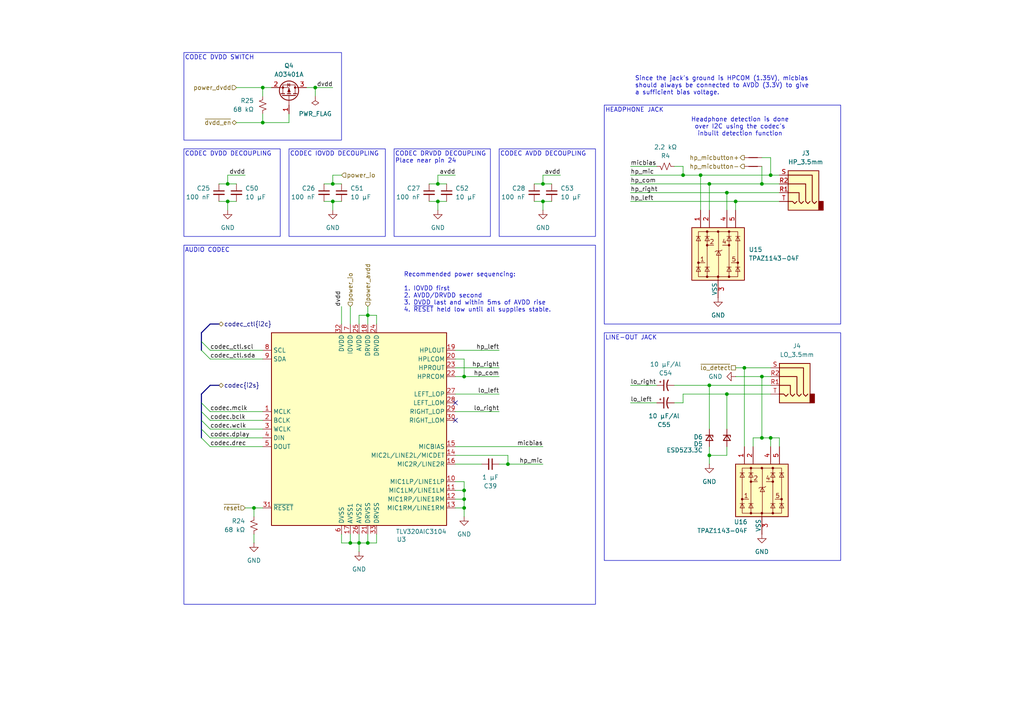
<source format=kicad_sch>
(kicad_sch (version 20250114) (generator "eeschema") (generator_version "9.0")
  (paper "A4")
  (title_block (title "Audio CODEC & 3.5mm jacks") (date "2024-11-14") (rev "Rev2") (comment 1 "Author: Aidan MacDonald"))
  (lib_symbols
    (symbol "Connector_Audio:AudioJack4"
      (property "Reference" "J" (at 0 8.89 0))
      (property "Value" "AudioJack4" (at 0 6.35 0))
      (symbol "AudioJack4_0_1"
        (rectangle (start -6.35 -5.08) (end -7.62 -7.62) (stroke (width 0.254)) (fill (type outline)))
        (polyline (pts (xy -5.715 -5.08) (xy -5.08 -5.715) (xy -4.445 -5.08) (xy -4.445 2.54) (xy 2.54 2.54)) (stroke (width 0.254)))
        (polyline (pts (xy -1.905 -5.08) (xy -1.27 -5.715) (xy -0.635 -5.08) (xy -0.635 -2.54) (xy 2.54 -2.54)) (stroke (width 0.254)))
        (polyline (pts (xy 0 -5.08) (xy 0.635 -5.715) (xy 1.27 -5.08) (xy 2.54 -5.08)) (stroke (width 0.254)))
        (rectangle (start 2.54 3.81) (end -6.35 -7.62) (stroke (width 0.254)) (fill (type background)))
        (polyline (pts (xy 2.54 0) (xy -2.54 0) (xy -2.54 -5.08) (xy -3.175 -5.715) (xy -3.81 -5.08)) (stroke (width 0.254)))
      )
      (symbol "AudioJack4_1_1"
        (pin passive line (at 5.08 2.54 180) (length 2.54) (name "~") (number "S"))
        (pin passive line (at 5.08 0 180) (length 2.54) (name "~") (number "R2"))
        (pin passive line (at 5.08 -2.54 180) (length 2.54) (name "~") (number "R1"))
        (pin passive line (at 5.08 -5.08 180) (length 2.54) (name "~") (number "T"))
      )
    )
    (symbol "Device:C_Polarized_Small_US" (pin_numbers (hide yes)) (pin_names (offset 0.254) (hide yes))
      (property "Reference" "C" (at 0.254 1.778 0))
      (property "Value" "C_Polarized_Small_US" (at 0.254 -2.032 0))
      (symbol "C_Polarized_Small_US_0_1"
        (polyline (pts (xy -1.524 0.508) (xy 1.524 0.508)) (stroke (width 0.3048)))
        (polyline (pts (xy -1.27 1.524) (xy -0.762 1.524)))
        (polyline (pts (xy -1.016 1.27) (xy -1.016 1.778)))
        (arc (start -1.524 -0.762) (mid 0 -0.3734) (end 1.524 -0.762) (stroke (width 0.3048)))
      )
      (symbol "C_Polarized_Small_US_1_1"
        (pin passive line (at 0 2.54 270) (length 2.032) (name "~") (number "1"))
        (pin passive line (at 0 -2.54 90) (length 2.032) (name "~") (number "2"))
      )
    )
    (symbol "Device:C_Small" (pin_numbers (hide yes)) (pin_names (offset 0.254) (hide yes))
      (property "Reference" "C" (at 0.254 1.778 0))
      (property "Value" "C_Small" (at 0.254 -2.032 0))
      (symbol "C_Small_0_1"
        (polyline (pts (xy -1.524 0.508) (xy 1.524 0.508)) (stroke (width 0.3048)))
        (polyline (pts (xy -1.524 -0.508) (xy 1.524 -0.508)) (stroke (width 0.3302)))
      )
      (symbol "C_Small_1_1"
        (pin passive line (at 0 2.54 270) (length 2.032) (name "~") (number "1"))
        (pin passive line (at 0 -2.54 90) (length 2.032) (name "~") (number "2"))
      )
    )
    (symbol "Device:D_Zener_Small" (pin_numbers (hide yes)) (pin_names (offset 0.254) (hide yes))
      (property "Reference" "D" (at 0 2.286 0))
      (property "Value" "D_Zener_Small" (at 0 -2.286 0))
      (symbol "D_Zener_Small_0_1"
        (polyline (pts (xy -0.254 1.016) (xy -0.762 1.016) (xy -0.762 -1.016)) (stroke (width 0.254)))
        (polyline (pts (xy 0.762 1.016) (xy -0.762 0) (xy 0.762 -1.016) (xy 0.762 1.016)) (stroke (width 0.254)))
        (polyline (pts (xy 0.762 0) (xy -0.762 0)))
      )
      (symbol "D_Zener_Small_1_1"
        (pin passive line (at -2.54 0 0) (length 1.778) (name "K") (number "1"))
        (pin passive line (at 2.54 0 180) (length 1.778) (name "A") (number "2"))
      )
    )
    (symbol "Device:NetTie_2" (pin_numbers (hide yes)) (pin_names (offset 0) (hide yes)) (in_bom no)
      (property "Reference" "NT" (at 0 1.27 0))
      (property "Value" "NetTie_2" (at 0 -1.27 0))
      (symbol "NetTie_2_0_1"
        (polyline (pts (xy -1.27 0) (xy 1.27 0)) (stroke (width 0.254)))
      )
      (symbol "NetTie_2_1_1"
        (pin passive line (at -2.54 0 0) (length 2.54) (name "1") (number "1"))
        (pin passive line (at 2.54 0 180) (length 2.54) (name "2") (number "2"))
      )
    )
    (symbol "Device:Q_PMOS_GSD" (pin_names (offset 0) (hide yes))
      (property "Reference" "Q" (at 5.08 1.27 0))
      (property "Value" "Q_PMOS_GSD" (at 5.08 -1.27 0))
      (symbol "Q_PMOS_GSD_0_1"
        (polyline (pts (xy 0.254 1.905) (xy 0.254 -1.905)) (stroke (width 0.254)))
        (polyline (pts (xy 0.254 0) (xy -2.54 0)))
        (polyline (pts (xy 0.762 2.286) (xy 0.762 1.27)) (stroke (width 0.254)))
        (polyline (pts (xy 0.762 1.778) (xy 3.302 1.778) (xy 3.302 -1.778) (xy 0.762 -1.778)))
        (polyline (pts (xy 0.762 0.508) (xy 0.762 -0.508)) (stroke (width 0.254)))
        (polyline (pts (xy 0.762 -1.27) (xy 0.762 -2.286)) (stroke (width 0.254)))
        (circle (center 1.651 0) (radius 2.794) (stroke (width 0.254)))
        (polyline (pts (xy 2.286 0) (xy 1.27 0.381) (xy 1.27 -0.381) (xy 2.286 0)) (fill (type outline)))
        (polyline (pts (xy 2.54 2.54) (xy 2.54 1.778)))
        (circle (center 2.54 1.778) (radius 0.254) (fill (type outline)))
        (circle (center 2.54 -1.778) (radius 0.254) (fill (type outline)))
        (polyline (pts (xy 2.54 -2.54) (xy 2.54 0) (xy 0.762 0)))
        (polyline (pts (xy 2.794 -0.508) (xy 2.921 -0.381) (xy 3.683 -0.381) (xy 3.81 -0.254)))
        (polyline (pts (xy 3.302 -0.381) (xy 2.921 0.254) (xy 3.683 0.254) (xy 3.302 -0.381)))
      )
      (symbol "Q_PMOS_GSD_1_1"
        (pin input line (at -5.08 0 0) (length 2.54) (name "G") (number "1"))
        (pin passive line (at 2.54 5.08 270) (length 2.54) (name "D") (number "3"))
        (pin passive line (at 2.54 -5.08 90) (length 2.54) (name "S") (number "2"))
      )
    )
    (symbol "Device:R_Small_US" (pin_numbers (hide yes)) (pin_names (offset 0.254) (hide yes))
      (property "Reference" "R" (at 0.762 0.508 0))
      (property "Value" "R_Small_US" (at 0.762 -1.016 0))
      (symbol "R_Small_US_1_1"
        (polyline (pts (xy 0 1.524) (xy 1.016 1.143) (xy 0 0.762) (xy -1.016 0.381) (xy 0 0)))
        (polyline (pts (xy 0 0) (xy 1.016 -0.381) (xy 0 -0.762) (xy -1.016 -1.143) (xy 0 -1.524)))
        (pin passive line (at 0 2.54 270) (length 1.016) (name "~") (number "1"))
        (pin passive line (at 0 -2.54 90) (length 1.016) (name "~") (number "2"))
      )
    )
    (symbol "echoplayer:TLV320AIC3104"
      (property "Reference" "U3" (at 10.922 -32.004 0))
      (property "Value" "TLV320AIC3104" (at 18.034 -29.718 0))
      (symbol "TLV320AIC3104_0_1"
        (rectangle (start -25.4 27.94) (end 25.4 -27.94) (stroke (width 0.254)) (fill (type background)))
      )
      (symbol "TLV320AIC3104_1_1"
        (pin bidirectional line (at -27.94 22.86 0) (length 2.54) (name "SCL") (number "8"))
        (pin bidirectional line (at -27.94 20.32 0) (length 2.54) (name "SDA") (number "9"))
        (pin input line (at -27.94 5.08 0) (length 2.54) (name "MCLK") (number "1"))
        (pin bidirectional line (at -27.94 2.54 0) (length 2.54) (name "BCLK") (number "2"))
        (pin bidirectional line (at -27.94 0 0) (length 2.54) (name "WCLK") (number "3"))
        (pin input line (at -27.94 -2.54 0) (length 2.54) (name "DIN") (number "4"))
        (pin output line (at -27.94 -5.08 0) (length 2.54) (name "DOUT") (number "5"))
        (pin input line (at -27.94 -22.86 0) (length 2.54) (name "~{RESET}") (number "31"))
        (pin power_in line (at -5.08 30.48 270) (length 2.54) (name "DVDD") (number "32"))
        (pin power_in line (at -5.08 -30.48 90) (length 2.54) (name "DVSS") (number "6"))
        (pin power_in line (at -2.54 30.48 270) (length 2.54) (name "IOVDD") (number "7"))
        (pin power_in line (at -2.54 -30.48 90) (length 2.54) (name "AVSS1") (number "17"))
        (pin power_in line (at 0 30.48 270) (length 2.54) (name "AVDD") (number "25"))
        (pin power_in line (at 0 -30.48 90) (length 2.54) (name "AVSS2") (number "26"))
        (pin power_in line (at 2.54 30.48 270) (length 2.54) (name "DRVDD") (number "18"))
        (pin power_in line (at 2.54 -30.48 90) (length 2.54) (name "DRVSS") (number "21"))
        (pin power_in line (at 5.08 30.48 270) (length 2.54) (name "DRVDD") (number "24"))
        (pin power_in line (at 5.08 -30.48 90) (length 2.54) (name "DRVSS") (number "33"))
        (pin output line (at 27.94 22.86 180) (length 2.54) (name "HPLOUT") (number "19"))
        (pin passive line (at 27.94 20.32 180) (length 2.54) (name "HPLCOM") (number "20"))
        (pin output line (at 27.94 17.78 180) (length 2.54) (name "HPROUT") (number "23"))
        (pin output line (at 27.94 15.24 180) (length 2.54) (name "HPRCOM") (number "22"))
        (pin output line (at 27.94 10.16 180) (length 2.54) (name "LEFT_LOP") (number "27"))
        (pin output line (at 27.94 7.62 180) (length 2.54) (name "LEFT_LOM") (number "28"))
        (pin output line (at 27.94 5.08 180) (length 2.54) (name "RIGHT_LOP") (number "29"))
        (pin output line (at 27.94 2.54 180) (length 2.54) (name "RIGHT_LOM") (number "30"))
        (pin power_out line (at 27.94 -5.08 180) (length 2.54) (name "MICBIAS") (number "15"))
        (pin input line (at 27.94 -7.62 180) (length 2.54) (name "MIC2L/LINE2L/MICDET") (number "14"))
        (pin input line (at 27.94 -10.16 180) (length 2.54) (name "MIC2R/LINE2R") (number "16"))
        (pin input line (at 27.94 -15.24 180) (length 2.54) (name "MIC1LP/LINE1LP") (number "10"))
        (pin input line (at 27.94 -17.78 180) (length 2.54) (name "MIC1LM/LINE1LM") (number "11"))
        (pin input line (at 27.94 -20.32 180) (length 2.54) (name "MIC1RP/LINE1RM") (number "12"))
        (pin input line (at 27.94 -22.86 180) (length 2.54) (name "MIC1RM/LINE1RM") (number "13"))
      )
    )
    (symbol "echoplayer:TPAZ1143-04F" (pin_names (offset 0))
      (property "Reference" "U" (at -0.635 8.89 0))
      (property "Value" "TPAZ1143-04F" (at 8.89 -10.16 0))
      (symbol "TPAZ1143-04F_0_0"
        (rectangle (start -5.715 6.477) (end 5.715 -6.604))
        (polyline (pts (xy -3.175 -6.604) (xy -3.175 6.477)))
        (polyline (pts (xy 0.127 6.477) (xy 0.127 -6.604)))
        (polyline (pts (xy 3.175 6.477) (xy 3.175 -6.604)))
      )
      (symbol "TPAZ1143-04F_0_1"
        (rectangle (start -7.62 7.62) (end 7.62 -7.62) (stroke (width 0.254)) (fill (type background)))
        (circle (center -5.715 -2.54) (radius 0.2794) (fill (type outline)))
        (polyline (pts (xy -5.715 -2.54) (xy -3.81 -2.54)))
        (polyline (pts (xy -5.08 5.08) (xy -6.35 5.08)))
        (polyline (pts (xy -5.08 3.81) (xy -6.35 3.81) (xy -5.715 5.08) (xy -5.08 3.81)))
        (polyline (pts (xy -5.08 -3.81) (xy -6.35 -3.81)))
        (polyline (pts (xy -5.08 -5.08) (xy -6.35 -5.08) (xy -5.715 -3.81) (xy -5.08 -5.08)))
        (circle (center -3.175 6.477) (radius 0.2794) (fill (type outline)))
        (circle (center -3.175 2.54) (radius 0.2794) (fill (type outline)))
        (polyline (pts (xy -3.175 2.54) (xy -1.27 2.54)))
        (circle (center -3.175 -6.604) (radius 0.2794) (fill (type outline)))
        (polyline (pts (xy -2.54 5.08) (xy -3.81 5.08)))
        (polyline (pts (xy -2.54 3.81) (xy -3.81 3.81) (xy -3.175 5.08) (xy -2.54 3.81)))
        (polyline (pts (xy -2.54 -3.81) (xy -3.81 -3.81)))
        (polyline (pts (xy -2.54 -5.08) (xy -3.81 -5.08) (xy -3.175 -3.81) (xy -2.54 -5.08)))
        (polyline (pts (xy -0.508 0.889) (xy -0.889 0.635)))
        (circle (center 0 6.477) (radius 0.2794) (fill (type outline)))
        (polyline (pts (xy 0 -6.604) (xy 0 -7.62)))
        (circle (center 0 -6.604) (radius 0.2794) (fill (type outline)))
        (polyline (pts (xy 0.762 0.889) (xy -0.508 0.889)))
        (polyline (pts (xy 0.762 0.889) (xy 1.143 1.143)))
        (polyline (pts (xy 0.762 -0.381) (xy -0.508 -0.381) (xy 0.127 0.889) (xy 0.762 -0.381)))
        (circle (center 3.175 6.477) (radius 0.2794) (fill (type outline)))
        (polyline (pts (xy 3.175 2.54) (xy 1.27 2.54)))
        (circle (center 3.175 2.54) (radius 0.2794) (fill (type outline)))
        (circle (center 3.175 -6.604) (radius 0.2794) (fill (type outline)))
        (polyline (pts (xy 3.81 5.08) (xy 2.54 5.08)))
        (polyline (pts (xy 3.81 3.81) (xy 2.54 3.81) (xy 3.175 5.08) (xy 3.81 3.81)))
        (polyline (pts (xy 3.81 -3.81) (xy 2.54 -3.81)))
        (polyline (pts (xy 3.81 -5.08) (xy 2.54 -5.08) (xy 3.175 -3.81) (xy 3.81 -5.08)))
        (polyline (pts (xy 5.715 -2.54) (xy 3.81 -2.54)))
        (circle (center 5.715 -2.54) (radius 0.2794) (fill (type outline)))
        (polyline (pts (xy 6.35 5.08) (xy 5.08 5.08)))
        (polyline (pts (xy 6.35 3.81) (xy 5.08 3.81) (xy 5.715 5.08) (xy 6.35 3.81)))
        (polyline (pts (xy 6.35 -3.81) (xy 5.08 -3.81)))
        (polyline (pts (xy 6.35 -5.08) (xy 5.08 -5.08) (xy 5.715 -3.81) (xy 6.35 -5.08)))
      )
      (symbol "TPAZ1143-04F_1_1"
        (text "1" (at -4.572 -1.524 0) (effects (font (size 1.27 1.27))))
        (text "2" (at -1.778 3.556 0) (effects (font (size 1.27 1.27))))
        (text "4" (at 1.778 3.556 0) (effects (font (size 1.27 1.27))))
        (text "5" (at 4.572 -1.524 0) (effects (font (size 1.27 1.27))))
        (pin passive line (at -5.08 12.7 270) (length 5.08) (name "~") (number "1"))
        (pin passive line (at -2.54 12.7 270) (length 5.08) (name "~") (number "2"))
        (pin free line (at 0 -12.7 90) (length 5.08) (hide yes) (name "NC") (number "10"))
        (pin power_in line (at 0 -12.7 90) (length 5.08) (name "VSS") (number "3"))
        (pin free line (at 0 -12.7 90) (length 5.08) (hide yes) (name "NC") (number "6"))
        (pin free line (at 0 -12.7 90) (length 5.08) (hide yes) (name "NC") (number "7"))
        (pin passive line (at 0 -12.7 90) (length 5.08) (hide yes) (name "VSS") (number "8"))
        (pin free line (at 0 -12.7 90) (length 5.08) (hide yes) (name "NC") (number "9"))
        (pin passive line (at 2.54 12.7 270) (length 5.08) (name "~") (number "4"))
        (pin passive line (at 5.08 12.7 270) (length 5.08) (name "~") (number "5"))
      )
    )
    (symbol "power:GND" (power) (pin_numbers (hide yes)) (pin_names (offset 0) (hide yes))
      (property "Value" "GND" (at 0 -3.81 0))
      (symbol "GND_0_1"
        (polyline (pts (xy 0 0) (xy 0 -1.27) (xy 1.27 -1.27) (xy 0 -2.54) (xy -1.27 -1.27) (xy 0 -1.27)))
      )
      (symbol "GND_1_1"
        (pin power_in line (at 0 0 270) (length 0) (name "~") (number "1"))
      )
    )
    (symbol "power:PWR_FLAG" (power) (pin_numbers (hide yes)) (pin_names (offset 0) (hide yes))
      (property "Value" "PWR_FLAG" (at 0 3.81 0))
      (symbol "PWR_FLAG_0_0"
        (pin power_out line (at 0 0 90) (length 0) (name "~") (number "1"))
      )
      (symbol "PWR_FLAG_0_1"
        (polyline (pts (xy 0 0) (xy 0 1.27) (xy -1.016 1.905) (xy 0 2.54) (xy 1.016 1.905) (xy 0 1.27)))
      )
    )
  )
  (rectangle (start 175.26 30.48) (end 243.84 93.98))
  (rectangle (start 53.34 15.24) (end 99.06 40.64))
  (rectangle (start 175.26 96.52) (end 243.84 162.56))
  (rectangle (start 53.34 71.12) (end 172.72 175.26))
  (rectangle (start 114.3 43.18) (end 142.24 68.58))
  (rectangle (start 144.78 43.18) (end 172.72 68.58))
  (rectangle (start 83.82 43.18) (end 111.76 68.58))
  (rectangle (start 53.34 43.18) (end 81.28 68.58))
  (text "HEADPHONE JACK" (at 175.514 31.242 0) (effects (font (size 1.27 1.27)) (justify left top)))
  (text "CODEC AVDD DECOUPLING" (at 145.034 43.942 0) (effects (font (size 1.27 1.27)) (justify left top)))
  (text "CODEC DRVDD DECOUPLING\nPlace near pin 24" (at 114.554 43.942 0) (effects (font (size 1.27 1.27)) (justify left top)))
  (text "Headphone detection is done\nover I2C using the codec's\ninbuilt detection function" (at 214.63 36.83 0) (effects (font (size 1.27 1.27))))
  (text "CODEC DVDD DECOUPLING" (at 53.594 43.942 0) (effects (font (size 1.27 1.27)) (justify left top)))
  (text "LINE-OUT JACK" (at 175.514 97.282 0) (effects (font (size 1.27 1.27)) (justify left top)))
  (text "CODEC IOVDD DECOUPLING" (at 84.074 43.942 0) (effects (font (size 1.27 1.27)) (justify left top)))
  (text "Since the jack's ground is HPCOM (1.35V), micbias\nshould always be connected to AVDD (3.3V) to give\na sufficient bias voltage." (at 184.15 24.892 0) (effects (font (size 1.27 1.27)) (justify left)))
  (text "AUDIO CODEC" (at 53.594 71.882 0) (effects (font (size 1.27 1.27)) (justify left top)))
  (text "Recommended power sequencing:\n\n1. IOVDD first\n2. AVDD/DRVDD second\n3. DVDD last and within 5ms of AVDD rise\n4. ~{RESET} held low until all supplies stable." (at 117.094 84.836 0) (effects (font (size 1.27 1.27)) (justify left)))
  (text "CODEC DVDD SWITCH" (at 53.594 16.764 0) (effects (font (size 1.27 1.27)) (justify left)))
  (junction (at 157.48 58.42))
  (junction (at 91.44 25.4))
  (junction (at 147.32 134.62))
  (junction (at 210.82 114.3))
  (junction (at 205.74 111.76))
  (junction (at 203.2 50.8))
  (junction (at 96.52 53.34))
  (junction (at 220.98 127))
  (junction (at 104.14 157.48))
  (junction (at 215.9 106.68))
  (junction (at 66.04 58.42))
  (junction (at 106.68 91.44))
  (junction (at 73.66 147.32))
  (junction (at 134.62 147.32))
  (junction (at 210.82 55.88))
  (junction (at 96.52 58.42))
  (junction (at 223.52 50.8))
  (junction (at 66.04 53.34))
  (junction (at 205.74 132.08))
  (junction (at 76.2 25.4))
  (junction (at 127 53.34))
  (junction (at 127 58.42))
  (junction (at 134.62 142.24))
  (junction (at 106.68 157.48))
  (junction (at 157.48 53.34))
  (junction (at 213.36 58.42))
  (junction (at 220.98 53.34))
  (junction (at 101.6 157.48))
  (junction (at 220.98 109.22))
  (junction (at 223.52 127))
  (junction (at 134.62 144.78))
  (junction (at 198.12 50.8))
  (junction (at 76.2 35.56))
  (junction (at 205.74 53.34))
  (junction (at 134.62 109.22))
  (no_connect (at 132.08 116.84))
  (no_connect (at 132.08 121.92))
  (bus_entry (at 58.42 116.84) (size 2.54 2.54))
  (bus_entry (at 58.42 101.6) (size 2.54 2.54))
  (bus_entry (at 58.42 119.38) (size 2.54 2.54))
  (bus_entry (at 58.42 124.46) (size 2.54 2.54))
  (bus_entry (at 58.42 99.06) (size 2.54 2.54))
  (bus_entry (at 58.42 127) (size 2.54 2.54))
  (bus_entry (at 58.42 121.92) (size 2.54 2.54))
  (wire (pts (xy 106.68 154.94) (xy 106.68 157.48)))
  (wire (pts (xy 104.14 91.44) (xy 106.68 91.44)))
  (wire (pts (xy 134.62 149.86) (xy 134.62 147.32)))
  (wire (pts (xy 210.82 55.88) (xy 210.82 60.96)))
  (wire (pts (xy 157.48 58.42) (xy 160.02 58.42)))
  (wire (pts (xy 96.52 50.8) (xy 96.52 53.34)))
  (wire (pts (xy 213.36 106.68) (xy 215.9 106.68)))
  (wire (pts (xy 195.58 116.84) (xy 198.12 116.84)))
  (wire (pts (xy 134.62 144.78) (xy 134.62 147.32)))
  (wire (pts (xy 66.04 60.96) (xy 66.04 58.42)))
  (wire (pts (xy 220.98 109.22) (xy 223.52 109.22)))
  (bus (pts (xy 58.42 116.84) (xy 58.42 119.38)))
  (wire (pts (xy 134.62 104.14) (xy 134.62 109.22)))
  (wire (pts (xy 205.74 111.76) (xy 223.52 111.76)))
  (wire (pts (xy 73.66 147.32) (xy 76.2 147.32)))
  (wire (pts (xy 147.32 134.62) (xy 157.48 134.62)))
  (wire (pts (xy 132.08 129.54) (xy 157.48 129.54)))
  (wire (pts (xy 220.98 109.22) (xy 220.98 127)))
  (wire (pts (xy 223.52 45.72) (xy 223.52 50.8)))
  (bus (pts (xy 58.42 124.46) (xy 58.42 127)))
  (wire (pts (xy 99.06 154.94) (xy 99.06 157.48)))
  (wire (pts (xy 132.08 142.24) (xy 134.62 142.24)))
  (wire (pts (xy 218.44 127) (xy 220.98 127)))
  (wire (pts (xy 71.12 147.32) (xy 73.66 147.32)))
  (wire (pts (xy 213.36 58.42) (xy 213.36 60.96)))
  (wire (pts (xy 223.52 129.54) (xy 223.52 127)))
  (wire (pts (xy 134.62 109.22) (xy 144.78 109.22)))
  (wire (pts (xy 60.96 101.6) (xy 76.2 101.6)))
  (wire (pts (xy 226.06 127) (xy 223.52 127)))
  (wire (pts (xy 127 50.8) (xy 127 53.34)))
  (wire (pts (xy 106.68 88.9) (xy 106.68 91.44)))
  (wire (pts (xy 106.68 91.44) (xy 106.68 93.98)))
  (wire (pts (xy 220.98 53.34) (xy 226.06 53.34)))
  (wire (pts (xy 210.82 114.3) (xy 223.52 114.3)))
  (wire (pts (xy 213.36 109.22) (xy 220.98 109.22)))
  (wire (pts (xy 205.74 53.34) (xy 205.74 60.96)))
  (wire (pts (xy 104.14 154.94) (xy 104.14 157.48)))
  (wire (pts (xy 66.04 53.34) (xy 68.58 53.34)))
  (wire (pts (xy 182.88 55.88) (xy 210.82 55.88)))
  (wire (pts (xy 182.88 58.42) (xy 213.36 58.42)))
  (wire (pts (xy 106.68 91.44) (xy 109.22 91.44)))
  (bus (pts (xy 58.42 99.06) (xy 58.42 101.6)))
  (wire (pts (xy 93.98 58.42) (xy 96.52 58.42)))
  (wire (pts (xy 215.9 106.68) (xy 223.52 106.68)))
  (wire (pts (xy 99.06 88.9) (xy 99.06 93.98)))
  (wire (pts (xy 220.98 48.26) (xy 220.98 53.34)))
  (wire (pts (xy 109.22 157.48) (xy 106.68 157.48)))
  (wire (pts (xy 210.82 132.08) (xy 205.74 132.08)))
  (bus (pts (xy 60.96 93.98) (xy 63.5 93.98)))
  (wire (pts (xy 104.14 157.48) (xy 104.14 160.02)))
  (wire (pts (xy 96.52 58.42) (xy 99.06 58.42)))
  (wire (pts (xy 198.12 50.8) (xy 203.2 50.8)))
  (wire (pts (xy 182.88 53.34) (xy 205.74 53.34)))
  (wire (pts (xy 205.74 111.76) (xy 205.74 124.46)))
  (wire (pts (xy 215.9 106.68) (xy 215.9 129.54)))
  (wire (pts (xy 144.78 134.62) (xy 147.32 134.62)))
  (bus (pts (xy 58.42 114.3) (xy 58.42 116.84)))
  (wire (pts (xy 109.22 91.44) (xy 109.22 93.98)))
  (wire (pts (xy 132.08 109.22) (xy 134.62 109.22)))
  (wire (pts (xy 154.94 58.42) (xy 157.48 58.42)))
  (wire (pts (xy 132.08 119.38) (xy 144.78 119.38)))
  (wire (pts (xy 132.08 114.3) (xy 144.78 114.3)))
  (wire (pts (xy 88.9 25.4) (xy 91.44 25.4)))
  (wire (pts (xy 76.2 35.56) (xy 68.58 35.56)))
  (wire (pts (xy 198.12 116.84) (xy 198.12 114.3)))
  (wire (pts (xy 66.04 50.8) (xy 71.12 50.8)))
  (wire (pts (xy 132.08 144.78) (xy 134.62 144.78)))
  (wire (pts (xy 91.44 25.4) (xy 96.52 25.4)))
  (bus (pts (xy 58.42 119.38) (xy 58.42 121.92)))
  (wire (pts (xy 63.5 53.34) (xy 66.04 53.34)))
  (wire (pts (xy 147.32 132.08) (xy 147.32 134.62)))
  (wire (pts (xy 226.06 129.54) (xy 226.06 127)))
  (wire (pts (xy 73.66 154.94) (xy 73.66 157.48)))
  (wire (pts (xy 101.6 154.94) (xy 101.6 157.48)))
  (bus (pts (xy 58.42 96.52) (xy 60.96 93.98)))
  (wire (pts (xy 132.08 139.7) (xy 134.62 139.7)))
  (wire (pts (xy 104.14 93.98) (xy 104.14 91.44)))
  (wire (pts (xy 154.94 53.34) (xy 157.48 53.34)))
  (wire (pts (xy 220.98 45.72) (xy 223.52 45.72)))
  (wire (pts (xy 195.58 48.26) (xy 198.12 48.26)))
  (wire (pts (xy 213.36 58.42) (xy 226.06 58.42)))
  (wire (pts (xy 205.74 129.54) (xy 205.74 132.08)))
  (wire (pts (xy 127 60.96) (xy 127 58.42)))
  (wire (pts (xy 198.12 114.3) (xy 210.82 114.3)))
  (wire (pts (xy 93.98 53.34) (xy 96.52 53.34)))
  (wire (pts (xy 60.96 124.46) (xy 76.2 124.46)))
  (wire (pts (xy 203.2 50.8) (xy 223.52 50.8)))
  (wire (pts (xy 83.82 35.56) (xy 76.2 35.56)))
  (wire (pts (xy 68.58 25.4) (xy 76.2 25.4)))
  (wire (pts (xy 127 50.8) (xy 132.08 50.8)))
  (wire (pts (xy 132.08 134.62) (xy 139.7 134.62)))
  (wire (pts (xy 106.68 157.48) (xy 104.14 157.48)))
  (wire (pts (xy 210.82 129.54) (xy 210.82 132.08)))
  (wire (pts (xy 96.52 53.34) (xy 99.06 53.34)))
  (wire (pts (xy 60.96 104.14) (xy 76.2 104.14)))
  (wire (pts (xy 60.96 127) (xy 76.2 127)))
  (wire (pts (xy 60.96 129.54) (xy 76.2 129.54)))
  (wire (pts (xy 101.6 88.9) (xy 101.6 93.98)))
  (wire (pts (xy 210.82 114.3) (xy 210.82 124.46)))
  (wire (pts (xy 157.48 50.8) (xy 162.56 50.8)))
  (wire (pts (xy 190.5 48.26) (xy 182.88 48.26)))
  (wire (pts (xy 83.82 33.02) (xy 83.82 35.56)))
  (wire (pts (xy 60.96 119.38) (xy 76.2 119.38)))
  (wire (pts (xy 109.22 154.94) (xy 109.22 157.48)))
  (wire (pts (xy 134.62 139.7) (xy 134.62 142.24)))
  (wire (pts (xy 63.5 58.42) (xy 66.04 58.42)))
  (wire (pts (xy 101.6 157.48) (xy 104.14 157.48)))
  (wire (pts (xy 96.52 50.8) (xy 99.06 50.8)))
  (wire (pts (xy 76.2 33.02) (xy 76.2 35.56)))
  (wire (pts (xy 91.44 25.4) (xy 91.44 27.94)))
  (wire (pts (xy 182.88 111.76) (xy 190.5 111.76)))
  (wire (pts (xy 198.12 48.26) (xy 198.12 50.8)))
  (bus (pts (xy 58.42 121.92) (xy 58.42 124.46)))
  (wire (pts (xy 157.48 53.34) (xy 160.02 53.34)))
  (wire (pts (xy 210.82 55.88) (xy 226.06 55.88)))
  (wire (pts (xy 76.2 25.4) (xy 76.2 27.94)))
  (wire (pts (xy 132.08 104.14) (xy 134.62 104.14)))
  (wire (pts (xy 134.62 147.32) (xy 132.08 147.32)))
  (wire (pts (xy 205.74 132.08) (xy 205.74 134.62)))
  (wire (pts (xy 223.52 50.8) (xy 226.06 50.8)))
  (wire (pts (xy 132.08 101.6) (xy 144.78 101.6)))
  (wire (pts (xy 60.96 121.92) (xy 76.2 121.92)))
  (wire (pts (xy 205.74 53.34) (xy 220.98 53.34)))
  (wire (pts (xy 132.08 132.08) (xy 147.32 132.08)))
  (wire (pts (xy 66.04 58.42) (xy 68.58 58.42)))
  (wire (pts (xy 157.48 50.8) (xy 157.48 53.34)))
  (wire (pts (xy 127 58.42) (xy 129.54 58.42)))
  (wire (pts (xy 203.2 50.8) (xy 203.2 60.96)))
  (bus (pts (xy 58.42 96.52) (xy 58.42 99.06)))
  (wire (pts (xy 76.2 25.4) (xy 78.74 25.4)))
  (wire (pts (xy 195.58 111.76) (xy 205.74 111.76)))
  (wire (pts (xy 66.04 50.8) (xy 66.04 53.34)))
  (wire (pts (xy 99.06 157.48) (xy 101.6 157.48)))
  (wire (pts (xy 134.62 142.24) (xy 134.62 144.78)))
  (bus (pts (xy 60.96 111.76) (xy 58.42 114.3)))
  (bus (pts (xy 60.96 111.76) (xy 63.5 111.76)))
  (wire (pts (xy 182.88 50.8) (xy 198.12 50.8)))
  (wire (pts (xy 157.48 60.96) (xy 157.48 58.42)))
  (wire (pts (xy 127 53.34) (xy 129.54 53.34)))
  (wire (pts (xy 132.08 106.68) (xy 144.78 106.68)))
  (wire (pts (xy 96.52 60.96) (xy 96.52 58.42)))
  (wire (pts (xy 124.46 58.42) (xy 127 58.42)))
  (wire (pts (xy 220.98 127) (xy 223.52 127)))
  (wire (pts (xy 73.66 147.32) (xy 73.66 149.86)))
  (wire (pts (xy 218.44 129.54) (xy 218.44 127)))
  (wire (pts (xy 124.46 53.34) (xy 127 53.34)))
  (wire (pts (xy 182.88 116.84) (xy 190.5 116.84)))
  (label "lo_right" (at 182.88 111.76 0))
  (label "codec_ctl.scl" (at 60.96 101.6 0))
  (label "codec.dplay" (at 60.96 127 0))
  (label "micbias" (at 157.48 129.54 180))
  (label "hp_mic" (at 182.88 50.8 0))
  (label "micbias" (at 182.88 48.26 0))
  (label "codec.mclk" (at 60.96 119.38 0))
  (label "hp_mic" (at 157.48 134.62 180))
  (label "hp_left" (at 182.88 58.42 0))
  (label "dvdd" (at 96.52 25.4 180))
  (label "lo_left" (at 144.78 114.3 180))
  (label "codec.drec" (at 60.96 129.54 0))
  (label "hp_right" (at 182.88 55.88 0))
  (label "codec.bclk" (at 60.96 121.92 0))
  (label "codec_ctl.sda" (at 60.96 104.14 0))
  (label "lo_right" (at 144.78 119.38 180))
  (label "hp_com" (at 144.78 109.22 180))
  (label "dvdd" (at 99.06 88.9 90))
  (label "dvdd" (at 71.12 50.8 180))
  (label "avdd" (at 132.08 50.8 180))
  (label "hp_right" (at 144.78 106.68 180))
  (label "codec.wclk" (at 60.96 124.46 0))
  (label "lo_left" (at 182.88 116.84 0))
  (label "hp_left" (at 144.78 101.6 180))
  (label "hp_com" (at 182.88 53.34 0))
  (label "avdd" (at 162.56 50.8 180))
  (hierarchical_label "~{dvdd_en}" (shape tri_state) (at 68.58 35.56 180))
  (hierarchical_label "codec{i2s}" (shape bidirectional) (at 63.5 111.76 0))
  (hierarchical_label "hp_micbutton-" (shape output) (at 215.9 48.26 180))
  (hierarchical_label "codec_ctl{i2c}" (shape bidirectional) (at 63.5 93.98 0))
  (hierarchical_label "~{lo_detect}" (shape passive) (at 213.36 106.68 180) (effects (font (thickness 0.1588))))
  (hierarchical_label "power_avdd" (shape input) (at 106.68 88.9 90))
  (hierarchical_label "power_io" (shape input) (at 99.06 50.8 0))
  (hierarchical_label "power_dvdd" (shape input) (at 68.58 25.4 180))
  (hierarchical_label "~{reset}" (shape input) (at 71.12 147.32 180))
  (hierarchical_label "power_io" (shape input) (at 101.6 88.9 90))
  (hierarchical_label "hp_micbutton+" (shape output) (at 215.9 45.72 180))
  (symbol (lib_id "Device:C_Small") (at 93.98 55.88 0) (mirror y) (unit 1)
    (property "Reference" "C26" (at 91.44 54.6162 0) (effects (justify left)))
    (property "Value" "100 nF" (at 91.44 57.1562 0) (effects (justify left)))
    (property "Footprint" "Capacitor_SMD:C_0402_1005Metric" (effects (hide yes)))
    (property "Description" "Unpolarized capacitor, small symbol" (effects (hide yes)))
  )
  (symbol (lib_id "Device:C_Small") (at 129.54 55.88 0) (unit 1)
    (property "Reference" "C52" (at 132.08 54.6162 0) (effects (justify left)))
    (property "Value" "10 µF" (at 132.08 57.1562 0) (effects (justify left)))
    (property "Footprint" "Capacitor_SMD:C_0805_2012Metric" (effects (hide yes)))
    (property "Description" "Unpolarized capacitor, small symbol" (effects (hide yes)))
  )
  (symbol (lib_id "Device:NetTie_2") (at 218.44 45.72 0) (unit 1) (in_bom no)
    (property "Reference" "NT5" (effects (hide yes)))
    (property "Value" "NetTie_2" (effects (hide yes)))
    (property "Footprint" "echoplayer:NetTie_0.15mm_SMD" (effects (hide yes)))
    (property "Description" "Net tie, 2 pins" (effects (hide yes)))
  )
  (symbol (lib_id "Device:C_Small") (at 68.58 55.88 0) (unit 1)
    (property "Reference" "C50" (at 71.12 54.6162 0) (effects (justify left)))
    (property "Value" "10 µF" (at 71.12 57.1562 0) (effects (justify left)))
    (property "Footprint" "Capacitor_SMD:C_0805_2012Metric" (effects (hide yes)))
    (property "Description" "Unpolarized capacitor, small symbol" (effects (hide yes)))
  )
  (symbol (lib_id "power:GND") (at 220.98 154.94 0) (unit 1)
    (property "Reference" "#PWR0187" (effects (hide yes)))
    (property "Value" "GND" (at 220.98 160.02 0))
    (property "Description" "Power symbol creates a global label with name \"GND\" , ground" (effects (hide yes)))
  )
  (symbol (lib_id "Device:Q_PMOS_GSD") (at 83.82 27.94 270) (mirror x) (unit 1)
    (property "Reference" "Q4" (at 83.82 19.05 90))
    (property "Value" "AO3401A" (at 83.82 21.59 90))
    (property "Footprint" "Package_TO_SOT_SMD:SOT-23" (effects (hide yes)))
    (property "Description" "P-MOSFET transistor, gate/source/drain" (effects (hide yes)))
  )
  (symbol (lib_id "power:PWR_FLAG") (at 91.44 27.94 180) (unit 1)
    (property "Reference" "#FLG0112" (effects (hide yes)))
    (property "Value" "PWR_FLAG" (at 91.44 33.02 0))
    (property "Description" "Special symbol for telling ERC where power comes from" (effects (hide yes)))
  )
  (symbol (lib_id "Device:C_Small") (at 99.06 55.88 0) (unit 1)
    (property "Reference" "C51" (at 101.6 54.6162 0) (effects (justify left)))
    (property "Value" "10 µF" (at 101.6 57.1562 0) (effects (justify left)))
    (property "Footprint" "Capacitor_SMD:C_0805_2012Metric" (effects (hide yes)))
    (property "Description" "Unpolarized capacitor, small symbol" (effects (hide yes)))
  )
  (symbol (lib_id "Device:NetTie_2") (at 218.44 48.26 0) (unit 1) (in_bom no)
    (property "Reference" "NT6" (effects (hide yes)))
    (property "Value" "NetTie_2" (effects (hide yes)))
    (property "Footprint" "echoplayer:NetTie_0.15mm_SMD" (effects (hide yes)))
    (property "Description" "Net tie, 2 pins" (effects (hide yes)))
  )
  (symbol (lib_id "echoplayer:TLV320AIC3104") (at 104.14 124.46 0) (unit 1)
    (property "Reference" "U3" (at 115.062 156.464 0) (effects (justify left)))
    (property "Value" "TLV320AIC3104" (at 122.174 154.178 0))
    (property "Footprint" "Package_DFN_QFN:Texas_RHB0032E_VQFN-32-1EP_5x5mm_P0.5mm_EP3.45x3.45mm_ThermalVias" (effects (hide yes)))
    (property "Datasheet" "http://www.ti.com/lit/ds/symlink/tlv320aic3104.pdf" (effects (hide yes)))
    (property "Description" "Low-Power Stereo Audio Codec for Portable Audio and Telephony, VQFN-32" (effects (hide yes)))
  )
  (symbol (lib_id "power:GND") (at 205.74 134.62 0) (unit 1)
    (property "Reference" "#PWR0184" (effects (hide yes)))
    (property "Value" "GND" (at 205.74 139.7 0))
    (property "Description" "Power symbol creates a global label with name \"GND\" , ground" (effects (hide yes)))
  )
  (symbol (lib_id "power:GND") (at 157.48 60.96 0) (unit 1)
    (property "Reference" "#PWR0183" (effects (hide yes)))
    (property "Value" "GND" (at 157.48 66.04 0))
    (property "Description" "Power symbol creates a global label with name \"GND\" , ground" (effects (hide yes)))
  )
  (symbol (lib_id "Device:C_Small") (at 142.24 134.62 270) (mirror x) (unit 1)
    (property "Reference" "C39" (at 142.2336 140.97 90))
    (property "Value" "1 µF" (at 142.2336 138.43 90) (effects (font (thickness 0.1588))))
    (property "Footprint" "Capacitor_SMD:C_0402_1005Metric" (effects (hide yes)))
    (property "Description" "Unpolarized capacitor, small symbol" (effects (hide yes)))
  )
  (symbol (lib_id "echoplayer:TPAZ1143-04F") (at 208.28 73.66 0) (unit 1)
    (property "Reference" "U15" (at 217.17 72.3899 0) (effects (justify left)))
    (property "Value" "TPAZ1143-04F" (at 217.17 74.9299 0) (effects (justify left)))
    (property "Footprint" "echoplayer:TECHPUBLIC_UDFN-10_1.0x2.5mm_P0.5mm" (effects (hide yes)))
    (property "Datasheet" "https://lcsc.com/datasheet/lcsc_datasheet_2411121100_TECH-PUBLIC-TPAZ1143-04F_C2827668.pdf" (effects (hide yes)))
    (property "Description" "4-Channel Low Capacitance TVS Diode Array, DFN-10" (effects (hide yes)))
  )
  (symbol (lib_id "Device:C_Polarized_Small_US") (at 193.04 111.76 90) (mirror x) (unit 1)
    (property "Reference" "C54" (at 193.04 108.204 90))
    (property "Value" "10 µF/Al" (at 193.04 105.664 90))
    (property "Footprint" "Capacitor_SMD:CP_Elec_4x5.4" (effects (hide yes)))
    (property "Description" "Polarized capacitor, small US symbol" (effects (hide yes)))
  )
  (symbol (lib_id "Connector_Audio:AudioJack4") (at 231.14 53.34 0) (mirror y) (unit 1)
    (property "Reference" "J3" (at 233.68 44.45 0))
    (property "Value" "HP_3.5mm" (at 233.68 46.99 0))
    (property "Footprint" "echoplayer:Jack_3.5mm_HCTL_HC-PJ-320A-4P-D" (effects (hide yes)))
    (property "Datasheet" "https://www.lcsc.com/datasheet/lcsc_datasheet_2303141000_HCTL-HC-PJ-320A-4P-D_C5372851.pdf" (effects (hide yes)))
    (property "Description" "Audio Jack, 4 Poles (TRRS)" (effects (hide yes)))
  )
  (symbol (lib_id "Device:C_Small") (at 154.94 55.88 0) (mirror y) (unit 1)
    (property "Reference" "C28" (at 152.4 54.6162 0) (effects (justify left)))
    (property "Value" "100 nF" (at 152.4 57.1562 0) (effects (justify left)))
    (property "Footprint" "Capacitor_SMD:C_0402_1005Metric" (effects (hide yes)))
    (property "Description" "Unpolarized capacitor, small symbol" (effects (hide yes)))
  )
  (symbol (lib_id "echoplayer:TPAZ1143-04F") (at 220.98 142.24 0) (unit 1)
    (property "Reference" "U16" (at 212.852 151.384 0) (effects (justify left)))
    (property "Value" "TPAZ1143-04F" (at 202.184 153.9241 0) (effects (justify left)))
    (property "Footprint" "echoplayer:TECHPUBLIC_UDFN-10_1.0x2.5mm_P0.5mm" (effects (hide yes)))
    (property "Datasheet" "https://lcsc.com/datasheet/lcsc_datasheet_2411121100_TECH-PUBLIC-TPAZ1143-04F_C2827668.pdf" (effects (hide yes)))
    (property "Description" "4-Channel Low Capacitance TVS Diode Array, DFN-10" (effects (hide yes)))
  )
  (symbol (lib_id "power:GND") (at 213.36 109.22 270) (unit 1)
    (property "Reference" "#PWR0186" (effects (hide yes)))
    (property "Value" "GND" (at 209.55 109.2199 90) (effects (justify right)))
    (property "Description" "Power symbol creates a global label with name \"GND\" , ground" (effects (hide yes)))
  )
  (symbol (lib_id "Device:C_Small") (at 63.5 55.88 0) (mirror y) (unit 1)
    (property "Reference" "C25" (at 60.96 54.6162 0) (effects (justify left)))
    (property "Value" "100 nF" (at 60.96 57.1562 0) (effects (justify left)))
    (property "Footprint" "Capacitor_SMD:C_0402_1005Metric" (effects (hide yes)))
    (property "Description" "Unpolarized capacitor, small symbol" (effects (hide yes)))
  )
  (symbol (lib_id "Device:R_Small_US") (at 76.2 30.48 0) (mirror y) (unit 1)
    (property "Reference" "R25" (at 73.66 29.2099 0) (effects (justify left)))
    (property "Value" "68 kΩ" (at 73.66 31.7499 0) (effects (justify left)))
    (property "Footprint" "Resistor_SMD:R_0402_1005Metric" (effects (hide yes)))
    (property "Description" "Resistor, small US symbol" (effects (hide yes)))
  )
  (symbol (lib_id "Device:C_Polarized_Small_US") (at 193.04 116.84 90) (mirror x) (unit 1)
    (property "Reference" "C55" (at 192.6082 123.19 90))
    (property "Value" "10 µF/Al" (at 192.6082 120.65 90))
    (property "Footprint" "Capacitor_SMD:CP_Elec_4x5.4" (effects (hide yes)))
    (property "Description" "Polarized capacitor, small US symbol" (effects (hide yes)))
  )
  (symbol (lib_id "power:GND") (at 208.28 86.36 0) (unit 1)
    (property "Reference" "#PWR0185" (effects (hide yes)))
    (property "Value" "GND" (at 208.28 91.44 0))
    (property "Description" "Power symbol creates a global label with name \"GND\" , ground" (effects (hide yes)))
  )
  (symbol (lib_id "Connector_Audio:AudioJack4") (at 228.6 109.22 0) (mirror y) (unit 1)
    (property "Reference" "J4" (at 231.14 100.33 0))
    (property "Value" "LO_3.5mm" (at 231.14 102.87 0))
    (property "Footprint" "echoplayer:Jack_3.5mm_HCTL_HC-PJ-320A-4P-D" (effects (hide yes)))
    (property "Datasheet" "https://www.lcsc.com/datasheet/lcsc_datasheet_2303141000_HCTL-HC-PJ-320A-4P-D_C5372851.pdf" (effects (hide yes)))
    (property "Description" "Audio Jack, 4 Poles (TRRS)" (effects (hide yes)))
  )
  (symbol (lib_id "Device:D_Zener_Small") (at 205.74 127 270) (unit 1)
    (property "Reference" "D5" (at 201.168 128.778 90) (effects (justify left)))
    (property "Value" "ESD5Z3.3C" (at 193.294 130.5561 90) (effects (justify left)))
    (property "Footprint" "Diode_SMD:D_SOD-523" (effects (hide yes)))
    (property "Datasheet" "https://lcsc.com/datasheet/lcsc_datasheet_2410121715_HXY-MOSFET-ESD5Z3-3C-HXY_C4748788.pdf" (effects (hide yes)))
    (property "Description" "ESD protection diode" (effects (hide yes)))
  )
  (symbol (lib_id "Device:C_Small") (at 160.02 55.88 0) (unit 1)
    (property "Reference" "C53" (at 162.56 54.6162 0) (effects (justify left)))
    (property "Value" "10 µF" (at 162.56 57.1562 0) (effects (justify left)))
    (property "Footprint" "Capacitor_SMD:C_0805_2012Metric" (effects (hide yes)))
    (property "Description" "Unpolarized capacitor, small symbol" (effects (hide yes)))
  )
  (symbol (lib_id "Device:R_Small_US") (at 193.04 48.26 90) (mirror x) (unit 1)
    (property "Reference" "R4" (at 193.04 45.212 90))
    (property "Value" "2.2 kΩ" (at 193.04 42.672 90))
    (property "Footprint" "Resistor_SMD:R_0402_1005Metric" (effects (hide yes)))
    (property "Description" "Resistor, small US symbol" (effects (hide yes)))
  )
  (symbol (lib_id "Device:C_Small") (at 124.46 55.88 0) (mirror y) (unit 1)
    (property "Reference" "C27" (at 121.92 54.6162 0) (effects (justify left)))
    (property "Value" "100 nF" (at 121.92 57.1562 0) (effects (justify left)))
    (property "Footprint" "Capacitor_SMD:C_0402_1005Metric" (effects (hide yes)))
    (property "Description" "Unpolarized capacitor, small symbol" (effects (hide yes)))
  )
  (symbol (lib_id "power:GND") (at 73.66 157.48 0) (unit 1)
    (property "Reference" "#PWR0178" (effects (hide yes)))
    (property "Value" "GND" (at 73.66 162.56 0))
    (property "Description" "Power symbol creates a global label with name \"GND\" , ground" (effects (hide yes)))
  )
  (symbol (lib_id "power:GND") (at 134.62 149.86 0) (unit 1)
    (property "Reference" "#PWR0182" (effects (hide yes)))
    (property "Value" "GND" (at 134.62 154.94 0))
    (property "Description" "Power symbol creates a global label with name \"GND\" , ground" (effects (hide yes)))
  )
  (symbol (lib_id "Device:D_Zener_Small") (at 210.82 127 270) (unit 1)
    (property "Reference" "D6" (at 201.168 126.746 90) (effects (justify left)))
    (property "Value" "ESD5Z3.3C" (effects (hide yes)))
    (property "Footprint" "Diode_SMD:D_SOD-523" (effects (hide yes)))
    (property "Datasheet" "https://lcsc.com/datasheet/lcsc_datasheet_2410121715_HXY-MOSFET-ESD5Z3-3C-HXY_C4748788.pdf" (effects (hide yes)))
    (property "Description" "ESD protection diode" (effects (hide yes)))
  )
  (symbol (lib_id "Device:R_Small_US") (at 73.66 152.4 0) (mirror y) (unit 1)
    (property "Reference" "R24" (at 71.12 151.1299 0) (effects (justify left)))
    (property "Value" "68 kΩ" (at 71.12 153.6699 0) (effects (justify left)))
    (property "Footprint" "Resistor_SMD:R_0402_1005Metric" (effects (hide yes)))
    (property "Description" "Resistor, small US symbol" (effects (hide yes)))
  )
  (symbol (lib_id "power:GND") (at 104.14 160.02 0) (unit 1)
    (property "Reference" "#PWR0180" (effects (hide yes)))
    (property "Value" "GND" (at 104.14 165.1 0))
    (property "Description" "Power symbol creates a global label with name \"GND\" , ground" (effects (hide yes)))
  )
  (symbol (lib_id "power:GND") (at 127 60.96 0) (unit 1)
    (property "Reference" "#PWR0181" (effects (hide yes)))
    (property "Value" "GND" (at 127 66.04 0))
    (property "Description" "Power symbol creates a global label with name \"GND\" , ground" (effects (hide yes)))
  )
  (symbol (lib_id "power:GND") (at 66.04 60.96 0) (unit 1)
    (property "Reference" "#PWR0177" (effects (hide yes)))
    (property "Value" "GND" (at 66.04 66.04 0))
    (property "Description" "Power symbol creates a global label with name \"GND\" , ground" (effects (hide yes)))
  )
  (symbol (lib_id "power:GND") (at 96.52 60.96 0) (unit 1)
    (property "Reference" "#PWR0179" (effects (hide yes)))
    (property "Value" "GND" (at 96.52 66.04 0))
    (property "Description" "Power symbol creates a global label with name \"GND\" , ground" (effects (hide yes)))
  )
)
</source>
